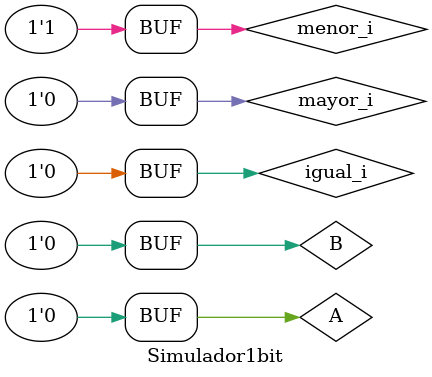
<source format=v>
`timescale 1ns / 1ps


module Simulador1bit;

	// Inputs
	reg A;
	reg B;
	reg igual_i;
	reg mayor_i;
	reg menor_i;

	// Outputs
	wire igual_o;
	wire mayor_o;
	wire menor_o;

	// Instantiate the Unit Under Test (UUT)
	Comparador1bit uut (
		.A(A), 
		.B(B), 
		.igual_i(igual_i), 
		.mayor_i(mayor_i), 
		.menor_i(menor_i), 
		.igual_o(igual_o), 
		.mayor_o(mayor_o), 
		.menor_o(menor_o)
	);

	initial begin
		// Initialize Inputs
		A = 0;
		B = 0;
		igual_i = 0;
		mayor_i = 0;
		menor_i = 0;

		// Wait 100 ns for global reset to finish
		#100;
        
		// Add stimulus here
		
		A = 1;
		B = 1;
		igual_i= 1;
		mayor_i = 0;
		menor_i = 0;
		#100;
		
		A = 1;
		B = 0;
		igual_i= 1;
		mayor_i = 0;
		menor_i = 0;
		#100;
		
		A = 0;
		B = 1;
		igual_i= 1;
		mayor_i = 0;
		menor_i = 0;
		#100;
		
		A = 0;
		B = 0;
		igual_i= 1;
		mayor_i = 0;
		menor_i = 0;
		#100;
		
		A = 0;
		B = 0;
		igual_i= 1;
		mayor_i = 1;
		menor_i = 0;
		#100;
		
		A = 0;
		B = 0;
		igual_i= 0;
		mayor_i = 1;
		menor_i = 0;
		#100;
		
		A = 1;
		B = 0;
		igual_i= 1;
		mayor_i = 0;
		menor_i = 1;
		#100;
		
		A = 0;
		B = 0;
		igual_i= 0;
		mayor_i = 0;
		menor_i = 1;
		#100;
		

	end
      
endmodule


</source>
